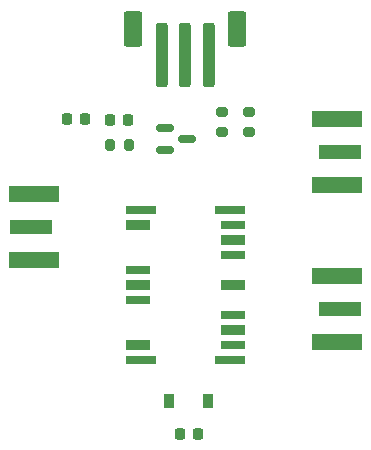
<source format=gbr>
%TF.GenerationSoftware,KiCad,Pcbnew,(6.0.0)*%
%TF.CreationDate,2022-01-16T13:33:15+00:00*%
%TF.ProjectId,Relay_RF,52656c61-795f-4524-962e-6b696361645f,rev?*%
%TF.SameCoordinates,Original*%
%TF.FileFunction,Paste,Top*%
%TF.FilePolarity,Positive*%
%FSLAX46Y46*%
G04 Gerber Fmt 4.6, Leading zero omitted, Abs format (unit mm)*
G04 Created by KiCad (PCBNEW (6.0.0)) date 2022-01-16 13:33:15*
%MOMM*%
%LPD*%
G01*
G04 APERTURE LIST*
G04 Aperture macros list*
%AMRoundRect*
0 Rectangle with rounded corners*
0 $1 Rounding radius*
0 $2 $3 $4 $5 $6 $7 $8 $9 X,Y pos of 4 corners*
0 Add a 4 corners polygon primitive as box body*
4,1,4,$2,$3,$4,$5,$6,$7,$8,$9,$2,$3,0*
0 Add four circle primitives for the rounded corners*
1,1,$1+$1,$2,$3*
1,1,$1+$1,$4,$5*
1,1,$1+$1,$6,$7*
1,1,$1+$1,$8,$9*
0 Add four rect primitives between the rounded corners*
20,1,$1+$1,$2,$3,$4,$5,0*
20,1,$1+$1,$4,$5,$6,$7,0*
20,1,$1+$1,$6,$7,$8,$9,0*
20,1,$1+$1,$8,$9,$2,$3,0*%
G04 Aperture macros list end*
%ADD10R,3.600000X1.270000*%
%ADD11R,4.200000X1.350000*%
%ADD12RoundRect,0.200000X0.200000X0.275000X-0.200000X0.275000X-0.200000X-0.275000X0.200000X-0.275000X0*%
%ADD13R,2.500000X0.700000*%
%ADD14R,2.000000X0.900000*%
%ADD15R,2.000000X0.700000*%
%ADD16RoundRect,0.200000X0.275000X-0.200000X0.275000X0.200000X-0.275000X0.200000X-0.275000X-0.200000X0*%
%ADD17RoundRect,0.225000X0.225000X0.250000X-0.225000X0.250000X-0.225000X-0.250000X0.225000X-0.250000X0*%
%ADD18RoundRect,0.200000X-0.275000X0.200000X-0.275000X-0.200000X0.275000X-0.200000X0.275000X0.200000X0*%
%ADD19RoundRect,0.250000X-0.250000X-2.500000X0.250000X-2.500000X0.250000X2.500000X-0.250000X2.500000X0*%
%ADD20RoundRect,0.250000X-0.550000X-1.250000X0.550000X-1.250000X0.550000X1.250000X-0.550000X1.250000X0*%
%ADD21R,0.900000X1.200000*%
%ADD22RoundRect,0.218750X-0.218750X-0.256250X0.218750X-0.256250X0.218750X0.256250X-0.218750X0.256250X0*%
%ADD23RoundRect,0.150000X-0.587500X-0.150000X0.587500X-0.150000X0.587500X0.150000X-0.587500X0.150000X0*%
G04 APERTURE END LIST*
D10*
%TO.C,J2*%
X101950000Y-120050000D03*
D11*
X102150000Y-122875000D03*
X102150000Y-117225000D03*
%TD*%
D12*
%TO.C,R2*%
X110225000Y-113100000D03*
X108575000Y-113100000D03*
%TD*%
D13*
%TO.C,K1*%
X111250000Y-118650000D03*
D14*
X111000000Y-119920000D03*
D15*
X111000000Y-123730000D03*
D14*
X111000000Y-125000000D03*
D15*
X111000000Y-126270000D03*
D14*
X111000000Y-130080000D03*
D13*
X111250000Y-131350000D03*
X118750000Y-131350000D03*
D15*
X119000000Y-130080000D03*
D14*
X119000000Y-128810000D03*
D15*
X119000000Y-127540000D03*
D14*
X119000000Y-125000000D03*
D15*
X119000000Y-122460000D03*
D14*
X119000000Y-121190000D03*
D15*
X119000000Y-119920000D03*
D13*
X118750000Y-118650000D03*
%TD*%
D16*
%TO.C,R1*%
X120400000Y-111975000D03*
X120400000Y-110325000D03*
%TD*%
D17*
%TO.C,C2*%
X116075000Y-137550000D03*
X114525000Y-137550000D03*
%TD*%
D18*
%TO.C,R3*%
X118100000Y-110325000D03*
X118100000Y-111975000D03*
%TD*%
D17*
%TO.C,C1*%
X106500000Y-110900000D03*
X104950000Y-110900000D03*
%TD*%
D19*
%TO.C,J1*%
X113000000Y-105500000D03*
X115000000Y-105500000D03*
X117000000Y-105500000D03*
D20*
X119400000Y-103250000D03*
X110600000Y-103250000D03*
%TD*%
D10*
%TO.C,J4*%
X128050000Y-127000000D03*
D11*
X127850000Y-124175000D03*
X127850000Y-129825000D03*
%TD*%
D21*
%TO.C,D1*%
X113650000Y-134750000D03*
X116950000Y-134750000D03*
%TD*%
D22*
%TO.C,D2*%
X108575000Y-111000000D03*
X110150000Y-111000000D03*
%TD*%
D23*
%TO.C,Q1*%
X113262500Y-111650000D03*
X113262500Y-113550000D03*
X115137500Y-112600000D03*
%TD*%
D10*
%TO.C,J3*%
X128050000Y-113700000D03*
D11*
X127850000Y-110875000D03*
X127850000Y-116525000D03*
%TD*%
M02*

</source>
